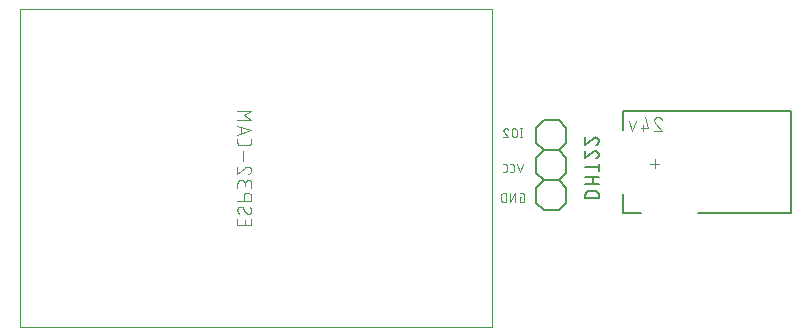
<source format=gbr>
G04 EAGLE Gerber RS-274X export*
G75*
%MOMM*%
%FSLAX34Y34*%
%LPD*%
%INSilkscreen Bottom*%
%IPPOS*%
%AMOC8*
5,1,8,0,0,1.08239X$1,22.5*%
G01*
%ADD10C,0.076200*%
%ADD11C,0.101600*%
%ADD12C,0.100000*%
%ADD13C,0.203200*%
%ADD14C,0.152400*%
%ADD15C,0.127000*%


D10*
X479698Y181183D02*
X479698Y173817D01*
X480516Y173817D02*
X478879Y173817D01*
X478879Y181183D02*
X480516Y181183D01*
X475891Y179137D02*
X475891Y175863D01*
X475891Y179137D02*
X475889Y179226D01*
X475883Y179315D01*
X475873Y179404D01*
X475860Y179492D01*
X475843Y179580D01*
X475821Y179667D01*
X475796Y179752D01*
X475768Y179837D01*
X475735Y179920D01*
X475699Y180002D01*
X475660Y180082D01*
X475617Y180160D01*
X475571Y180236D01*
X475521Y180311D01*
X475468Y180383D01*
X475412Y180452D01*
X475353Y180519D01*
X475292Y180584D01*
X475227Y180645D01*
X475160Y180704D01*
X475091Y180760D01*
X475019Y180813D01*
X474944Y180863D01*
X474868Y180909D01*
X474790Y180952D01*
X474710Y180991D01*
X474628Y181027D01*
X474545Y181060D01*
X474460Y181088D01*
X474375Y181113D01*
X474288Y181135D01*
X474200Y181152D01*
X474112Y181165D01*
X474023Y181175D01*
X473934Y181181D01*
X473845Y181183D01*
X473756Y181181D01*
X473667Y181175D01*
X473578Y181165D01*
X473490Y181152D01*
X473402Y181135D01*
X473315Y181113D01*
X473230Y181088D01*
X473145Y181060D01*
X473062Y181027D01*
X472980Y180991D01*
X472900Y180952D01*
X472822Y180909D01*
X472746Y180863D01*
X472671Y180813D01*
X472599Y180760D01*
X472530Y180704D01*
X472463Y180645D01*
X472398Y180584D01*
X472337Y180519D01*
X472278Y180452D01*
X472222Y180383D01*
X472169Y180311D01*
X472119Y180236D01*
X472073Y180160D01*
X472030Y180082D01*
X471991Y180002D01*
X471955Y179920D01*
X471922Y179837D01*
X471894Y179752D01*
X471869Y179667D01*
X471847Y179580D01*
X471830Y179492D01*
X471817Y179404D01*
X471807Y179315D01*
X471801Y179226D01*
X471799Y179137D01*
X471799Y175863D01*
X471801Y175774D01*
X471807Y175685D01*
X471817Y175596D01*
X471830Y175508D01*
X471847Y175420D01*
X471869Y175333D01*
X471894Y175248D01*
X471922Y175163D01*
X471955Y175080D01*
X471991Y174998D01*
X472030Y174918D01*
X472073Y174840D01*
X472119Y174764D01*
X472169Y174689D01*
X472222Y174617D01*
X472278Y174548D01*
X472337Y174481D01*
X472398Y174416D01*
X472463Y174355D01*
X472530Y174296D01*
X472599Y174240D01*
X472671Y174187D01*
X472746Y174137D01*
X472822Y174091D01*
X472900Y174048D01*
X472980Y174009D01*
X473062Y173973D01*
X473145Y173940D01*
X473230Y173912D01*
X473315Y173887D01*
X473402Y173865D01*
X473490Y173848D01*
X473578Y173835D01*
X473667Y173825D01*
X473756Y173819D01*
X473845Y173817D01*
X473934Y173819D01*
X474023Y173825D01*
X474112Y173835D01*
X474200Y173848D01*
X474288Y173865D01*
X474375Y173887D01*
X474460Y173912D01*
X474545Y173940D01*
X474628Y173973D01*
X474710Y174009D01*
X474790Y174048D01*
X474868Y174091D01*
X474944Y174137D01*
X475019Y174187D01*
X475091Y174240D01*
X475160Y174296D01*
X475227Y174355D01*
X475292Y174416D01*
X475353Y174481D01*
X475412Y174548D01*
X475468Y174617D01*
X475521Y174689D01*
X475571Y174764D01*
X475617Y174840D01*
X475660Y174918D01*
X475699Y174998D01*
X475735Y175080D01*
X475768Y175163D01*
X475796Y175248D01*
X475821Y175333D01*
X475843Y175420D01*
X475860Y175508D01*
X475873Y175596D01*
X475883Y175685D01*
X475889Y175774D01*
X475891Y175863D01*
X466326Y181184D02*
X466241Y181182D01*
X466156Y181176D01*
X466072Y181166D01*
X465988Y181153D01*
X465904Y181135D01*
X465822Y181114D01*
X465741Y181089D01*
X465661Y181060D01*
X465582Y181027D01*
X465505Y180991D01*
X465430Y180951D01*
X465356Y180908D01*
X465285Y180862D01*
X465216Y180812D01*
X465149Y180759D01*
X465085Y180703D01*
X465024Y180644D01*
X464965Y180583D01*
X464909Y180519D01*
X464856Y180452D01*
X464806Y180383D01*
X464760Y180312D01*
X464717Y180238D01*
X464677Y180163D01*
X464641Y180086D01*
X464608Y180007D01*
X464579Y179927D01*
X464554Y179846D01*
X464533Y179764D01*
X464515Y179680D01*
X464502Y179596D01*
X464492Y179512D01*
X464486Y179427D01*
X464484Y179342D01*
X466326Y181183D02*
X466422Y181181D01*
X466518Y181175D01*
X466613Y181165D01*
X466708Y181152D01*
X466803Y181134D01*
X466896Y181113D01*
X466989Y181088D01*
X467080Y181059D01*
X467171Y181027D01*
X467260Y180991D01*
X467347Y180951D01*
X467433Y180908D01*
X467517Y180862D01*
X467599Y180812D01*
X467679Y180758D01*
X467756Y180702D01*
X467831Y180642D01*
X467904Y180580D01*
X467974Y180514D01*
X468042Y180446D01*
X468107Y180375D01*
X468168Y180302D01*
X468227Y180226D01*
X468283Y180147D01*
X468335Y180067D01*
X468384Y179984D01*
X468430Y179900D01*
X468472Y179814D01*
X468510Y179726D01*
X468545Y179637D01*
X468577Y179546D01*
X465098Y177910D02*
X465038Y177969D01*
X464981Y178031D01*
X464926Y178095D01*
X464875Y178162D01*
X464826Y178231D01*
X464780Y178301D01*
X464737Y178374D01*
X464697Y178448D01*
X464661Y178524D01*
X464628Y178602D01*
X464598Y178681D01*
X464571Y178761D01*
X464548Y178842D01*
X464529Y178924D01*
X464513Y179006D01*
X464500Y179090D01*
X464491Y179174D01*
X464486Y179258D01*
X464484Y179342D01*
X465098Y177909D02*
X468576Y173817D01*
X464484Y173817D01*
X481036Y151183D02*
X478580Y143817D01*
X476125Y151183D01*
X471697Y143817D02*
X470060Y143817D01*
X471697Y143817D02*
X471775Y143819D01*
X471853Y143824D01*
X471930Y143834D01*
X472007Y143847D01*
X472083Y143863D01*
X472158Y143883D01*
X472232Y143907D01*
X472305Y143934D01*
X472377Y143965D01*
X472447Y143999D01*
X472516Y144036D01*
X472582Y144077D01*
X472647Y144121D01*
X472709Y144167D01*
X472769Y144217D01*
X472827Y144269D01*
X472882Y144324D01*
X472934Y144382D01*
X472984Y144442D01*
X473030Y144504D01*
X473074Y144569D01*
X473115Y144636D01*
X473152Y144704D01*
X473186Y144774D01*
X473217Y144846D01*
X473244Y144919D01*
X473268Y144993D01*
X473288Y145068D01*
X473304Y145144D01*
X473317Y145221D01*
X473327Y145298D01*
X473332Y145376D01*
X473334Y145454D01*
X473334Y149546D01*
X473332Y149624D01*
X473327Y149702D01*
X473317Y149779D01*
X473304Y149856D01*
X473288Y149932D01*
X473268Y150007D01*
X473244Y150081D01*
X473217Y150154D01*
X473186Y150226D01*
X473152Y150296D01*
X473115Y150365D01*
X473074Y150431D01*
X473030Y150496D01*
X472984Y150558D01*
X472934Y150618D01*
X472882Y150676D01*
X472827Y150731D01*
X472769Y150783D01*
X472709Y150833D01*
X472647Y150879D01*
X472582Y150923D01*
X472516Y150964D01*
X472447Y151001D01*
X472377Y151035D01*
X472305Y151066D01*
X472232Y151093D01*
X472158Y151117D01*
X472083Y151137D01*
X472007Y151153D01*
X471930Y151166D01*
X471853Y151176D01*
X471775Y151181D01*
X471697Y151183D01*
X470060Y151183D01*
X465601Y143817D02*
X463965Y143817D01*
X465601Y143817D02*
X465679Y143819D01*
X465757Y143824D01*
X465834Y143834D01*
X465911Y143847D01*
X465987Y143863D01*
X466062Y143883D01*
X466136Y143907D01*
X466209Y143934D01*
X466281Y143965D01*
X466351Y143999D01*
X466420Y144036D01*
X466486Y144077D01*
X466551Y144121D01*
X466613Y144167D01*
X466673Y144217D01*
X466731Y144269D01*
X466786Y144324D01*
X466838Y144382D01*
X466888Y144442D01*
X466934Y144504D01*
X466978Y144569D01*
X467019Y144636D01*
X467056Y144704D01*
X467090Y144774D01*
X467121Y144846D01*
X467148Y144919D01*
X467172Y144993D01*
X467192Y145068D01*
X467208Y145144D01*
X467221Y145221D01*
X467231Y145298D01*
X467236Y145376D01*
X467238Y145454D01*
X467238Y149546D01*
X467236Y149624D01*
X467231Y149702D01*
X467221Y149779D01*
X467208Y149856D01*
X467192Y149932D01*
X467172Y150007D01*
X467148Y150081D01*
X467121Y150154D01*
X467090Y150226D01*
X467056Y150296D01*
X467019Y150365D01*
X466978Y150431D01*
X466934Y150496D01*
X466888Y150558D01*
X466838Y150618D01*
X466786Y150676D01*
X466731Y150731D01*
X466673Y150783D01*
X466613Y150833D01*
X466551Y150879D01*
X466486Y150923D01*
X466420Y150964D01*
X466351Y151001D01*
X466281Y151035D01*
X466209Y151066D01*
X466136Y151093D01*
X466062Y151117D01*
X465987Y151137D01*
X465911Y151153D01*
X465834Y151166D01*
X465757Y151176D01*
X465679Y151181D01*
X465601Y151183D01*
X463965Y151183D01*
X478257Y122909D02*
X479484Y122909D01*
X478257Y122909D02*
X478257Y118817D01*
X480712Y118817D01*
X480790Y118819D01*
X480868Y118824D01*
X480945Y118834D01*
X481022Y118847D01*
X481098Y118863D01*
X481173Y118883D01*
X481247Y118907D01*
X481320Y118934D01*
X481392Y118965D01*
X481462Y118999D01*
X481531Y119036D01*
X481597Y119077D01*
X481662Y119121D01*
X481724Y119167D01*
X481784Y119217D01*
X481842Y119269D01*
X481897Y119324D01*
X481949Y119382D01*
X481999Y119442D01*
X482045Y119504D01*
X482089Y119569D01*
X482130Y119636D01*
X482167Y119704D01*
X482201Y119774D01*
X482232Y119846D01*
X482259Y119919D01*
X482283Y119993D01*
X482303Y120068D01*
X482319Y120144D01*
X482332Y120221D01*
X482342Y120298D01*
X482347Y120376D01*
X482349Y120454D01*
X482349Y124546D01*
X482347Y124624D01*
X482342Y124702D01*
X482332Y124779D01*
X482319Y124856D01*
X482303Y124932D01*
X482283Y125007D01*
X482259Y125081D01*
X482232Y125154D01*
X482201Y125226D01*
X482167Y125296D01*
X482130Y125365D01*
X482089Y125431D01*
X482045Y125496D01*
X481999Y125558D01*
X481949Y125618D01*
X481897Y125676D01*
X481842Y125731D01*
X481784Y125783D01*
X481724Y125833D01*
X481662Y125879D01*
X481597Y125923D01*
X481531Y125964D01*
X481462Y126001D01*
X481392Y126035D01*
X481320Y126066D01*
X481247Y126093D01*
X481173Y126117D01*
X481098Y126137D01*
X481022Y126153D01*
X480945Y126166D01*
X480868Y126176D01*
X480790Y126181D01*
X480712Y126183D01*
X478257Y126183D01*
X474546Y126183D02*
X474546Y118817D01*
X470454Y118817D02*
X474546Y126183D01*
X470454Y126183D02*
X470454Y118817D01*
X466743Y118817D02*
X466743Y126183D01*
X464697Y126183D01*
X464608Y126181D01*
X464519Y126175D01*
X464430Y126165D01*
X464342Y126152D01*
X464254Y126135D01*
X464167Y126113D01*
X464082Y126088D01*
X463997Y126060D01*
X463914Y126027D01*
X463832Y125991D01*
X463752Y125952D01*
X463674Y125909D01*
X463598Y125863D01*
X463523Y125813D01*
X463451Y125760D01*
X463382Y125704D01*
X463315Y125645D01*
X463250Y125584D01*
X463189Y125519D01*
X463130Y125452D01*
X463074Y125383D01*
X463021Y125311D01*
X462971Y125236D01*
X462925Y125160D01*
X462882Y125082D01*
X462843Y125002D01*
X462807Y124920D01*
X462774Y124837D01*
X462746Y124752D01*
X462721Y124667D01*
X462699Y124580D01*
X462682Y124492D01*
X462669Y124404D01*
X462659Y124315D01*
X462653Y124226D01*
X462651Y124137D01*
X462651Y120863D01*
X462653Y120774D01*
X462659Y120685D01*
X462669Y120596D01*
X462682Y120508D01*
X462699Y120420D01*
X462721Y120333D01*
X462746Y120248D01*
X462774Y120163D01*
X462807Y120080D01*
X462843Y119998D01*
X462882Y119918D01*
X462925Y119840D01*
X462971Y119764D01*
X463021Y119689D01*
X463074Y119617D01*
X463130Y119548D01*
X463189Y119481D01*
X463250Y119416D01*
X463315Y119355D01*
X463382Y119296D01*
X463451Y119240D01*
X463523Y119187D01*
X463598Y119137D01*
X463674Y119091D01*
X463752Y119048D01*
X463832Y119009D01*
X463914Y118973D01*
X463997Y118940D01*
X464082Y118912D01*
X464167Y118887D01*
X464254Y118865D01*
X464342Y118848D01*
X464430Y118835D01*
X464519Y118825D01*
X464608Y118819D01*
X464697Y118817D01*
X466743Y118817D01*
D11*
X588605Y151202D02*
X596395Y151202D01*
X592500Y155096D02*
X592500Y147307D01*
X592288Y187921D02*
X592290Y188028D01*
X592296Y188134D01*
X592306Y188240D01*
X592319Y188346D01*
X592337Y188452D01*
X592358Y188556D01*
X592383Y188660D01*
X592412Y188763D01*
X592444Y188864D01*
X592481Y188964D01*
X592521Y189063D01*
X592564Y189161D01*
X592611Y189257D01*
X592662Y189351D01*
X592716Y189443D01*
X592773Y189533D01*
X592833Y189621D01*
X592897Y189706D01*
X592964Y189789D01*
X593034Y189870D01*
X593106Y189948D01*
X593182Y190024D01*
X593260Y190096D01*
X593341Y190166D01*
X593424Y190233D01*
X593509Y190297D01*
X593597Y190357D01*
X593687Y190414D01*
X593779Y190468D01*
X593873Y190519D01*
X593969Y190566D01*
X594067Y190609D01*
X594166Y190649D01*
X594266Y190686D01*
X594367Y190718D01*
X594470Y190747D01*
X594574Y190772D01*
X594678Y190793D01*
X594784Y190811D01*
X594890Y190824D01*
X594996Y190834D01*
X595102Y190840D01*
X595209Y190842D01*
X595330Y190840D01*
X595451Y190834D01*
X595571Y190824D01*
X595692Y190811D01*
X595811Y190793D01*
X595931Y190772D01*
X596049Y190747D01*
X596166Y190718D01*
X596283Y190685D01*
X596398Y190649D01*
X596512Y190608D01*
X596625Y190565D01*
X596737Y190517D01*
X596846Y190466D01*
X596954Y190411D01*
X597061Y190353D01*
X597165Y190292D01*
X597267Y190227D01*
X597367Y190159D01*
X597465Y190088D01*
X597561Y190014D01*
X597654Y189937D01*
X597744Y189856D01*
X597832Y189773D01*
X597917Y189687D01*
X598000Y189598D01*
X598079Y189507D01*
X598156Y189413D01*
X598229Y189317D01*
X598299Y189219D01*
X598366Y189118D01*
X598430Y189015D01*
X598491Y188910D01*
X598548Y188803D01*
X598601Y188695D01*
X598651Y188585D01*
X598697Y188473D01*
X598740Y188360D01*
X598779Y188245D01*
X593263Y185649D02*
X593184Y185727D01*
X593108Y185807D01*
X593035Y185890D01*
X592965Y185976D01*
X592898Y186063D01*
X592834Y186154D01*
X592774Y186246D01*
X592716Y186340D01*
X592662Y186437D01*
X592612Y186535D01*
X592565Y186635D01*
X592521Y186736D01*
X592481Y186839D01*
X592445Y186944D01*
X592413Y187049D01*
X592384Y187156D01*
X592359Y187263D01*
X592337Y187372D01*
X592320Y187481D01*
X592306Y187590D01*
X592297Y187700D01*
X592291Y187811D01*
X592289Y187921D01*
X593262Y185649D02*
X598779Y179158D01*
X592288Y179158D01*
X587350Y181754D02*
X584753Y190842D01*
X587350Y181754D02*
X580858Y181754D01*
X582806Y179158D02*
X582806Y184351D01*
X576413Y186947D02*
X573817Y179158D01*
X571221Y186947D01*
D12*
X455200Y282600D02*
X455200Y12600D01*
X55200Y12600D01*
X55200Y282600D01*
X455200Y282600D01*
D11*
X239358Y104467D02*
X239358Y99274D01*
X251042Y99274D01*
X251042Y104467D01*
X245849Y103168D02*
X245849Y99274D01*
X239358Y112290D02*
X239360Y112389D01*
X239366Y112489D01*
X239375Y112588D01*
X239388Y112686D01*
X239405Y112784D01*
X239426Y112882D01*
X239451Y112978D01*
X239479Y113073D01*
X239511Y113167D01*
X239546Y113260D01*
X239585Y113352D01*
X239628Y113442D01*
X239673Y113530D01*
X239723Y113617D01*
X239775Y113701D01*
X239831Y113784D01*
X239889Y113864D01*
X239951Y113942D01*
X240016Y114017D01*
X240084Y114090D01*
X240154Y114160D01*
X240227Y114228D01*
X240302Y114293D01*
X240380Y114355D01*
X240460Y114413D01*
X240543Y114469D01*
X240627Y114521D01*
X240714Y114571D01*
X240802Y114616D01*
X240892Y114659D01*
X240984Y114698D01*
X241077Y114733D01*
X241171Y114765D01*
X241266Y114793D01*
X241362Y114818D01*
X241460Y114839D01*
X241558Y114856D01*
X241656Y114869D01*
X241755Y114878D01*
X241855Y114884D01*
X241954Y114886D01*
X239358Y112290D02*
X239360Y112146D01*
X239366Y112001D01*
X239375Y111857D01*
X239388Y111714D01*
X239405Y111570D01*
X239426Y111427D01*
X239451Y111285D01*
X239479Y111144D01*
X239511Y111003D01*
X239547Y110863D01*
X239586Y110724D01*
X239629Y110586D01*
X239676Y110450D01*
X239726Y110314D01*
X239780Y110180D01*
X239837Y110048D01*
X239898Y109917D01*
X239962Y109788D01*
X240030Y109660D01*
X240100Y109534D01*
X240175Y109410D01*
X240252Y109289D01*
X240333Y109169D01*
X240416Y109051D01*
X240503Y108936D01*
X240593Y108823D01*
X240686Y108712D01*
X240781Y108604D01*
X240880Y108498D01*
X240981Y108395D01*
X248446Y108720D02*
X248545Y108722D01*
X248645Y108728D01*
X248744Y108737D01*
X248842Y108750D01*
X248940Y108767D01*
X249038Y108788D01*
X249134Y108813D01*
X249229Y108841D01*
X249323Y108873D01*
X249416Y108908D01*
X249508Y108947D01*
X249598Y108990D01*
X249686Y109035D01*
X249773Y109085D01*
X249857Y109137D01*
X249940Y109193D01*
X250020Y109251D01*
X250098Y109313D01*
X250173Y109378D01*
X250246Y109446D01*
X250316Y109516D01*
X250384Y109589D01*
X250449Y109664D01*
X250511Y109742D01*
X250569Y109822D01*
X250625Y109905D01*
X250677Y109989D01*
X250727Y110076D01*
X250772Y110164D01*
X250815Y110254D01*
X250854Y110346D01*
X250889Y110439D01*
X250921Y110533D01*
X250949Y110628D01*
X250974Y110725D01*
X250995Y110822D01*
X251012Y110920D01*
X251025Y111018D01*
X251034Y111117D01*
X251040Y111217D01*
X251042Y111316D01*
X251040Y111452D01*
X251034Y111588D01*
X251025Y111724D01*
X251012Y111860D01*
X250994Y111995D01*
X250974Y112129D01*
X250949Y112263D01*
X250921Y112397D01*
X250888Y112529D01*
X250853Y112660D01*
X250813Y112791D01*
X250770Y112920D01*
X250724Y113048D01*
X250673Y113174D01*
X250620Y113300D01*
X250562Y113423D01*
X250502Y113545D01*
X250438Y113665D01*
X250370Y113784D01*
X250300Y113900D01*
X250226Y114014D01*
X250149Y114127D01*
X250068Y114237D01*
X246174Y110018D02*
X246227Y109932D01*
X246284Y109848D01*
X246343Y109766D01*
X246406Y109686D01*
X246472Y109609D01*
X246540Y109534D01*
X246612Y109462D01*
X246686Y109393D01*
X246763Y109327D01*
X246842Y109264D01*
X246924Y109204D01*
X247008Y109147D01*
X247094Y109093D01*
X247182Y109043D01*
X247272Y108996D01*
X247363Y108952D01*
X247457Y108913D01*
X247551Y108876D01*
X247647Y108844D01*
X247745Y108815D01*
X247843Y108790D01*
X247942Y108769D01*
X248042Y108751D01*
X248142Y108738D01*
X248243Y108728D01*
X248345Y108722D01*
X248446Y108720D01*
X244226Y113588D02*
X244173Y113674D01*
X244116Y113758D01*
X244057Y113840D01*
X243994Y113920D01*
X243928Y113997D01*
X243860Y114072D01*
X243788Y114144D01*
X243714Y114213D01*
X243637Y114279D01*
X243558Y114342D01*
X243476Y114402D01*
X243392Y114459D01*
X243306Y114513D01*
X243218Y114563D01*
X243128Y114610D01*
X243037Y114654D01*
X242943Y114693D01*
X242849Y114730D01*
X242753Y114762D01*
X242655Y114791D01*
X242557Y114816D01*
X242458Y114837D01*
X242358Y114855D01*
X242258Y114868D01*
X242157Y114878D01*
X242055Y114884D01*
X241954Y114886D01*
X244226Y113588D02*
X246174Y110018D01*
X251042Y119994D02*
X239358Y119994D01*
X251042Y119994D02*
X251042Y123240D01*
X251040Y123353D01*
X251034Y123466D01*
X251024Y123579D01*
X251010Y123692D01*
X250993Y123804D01*
X250971Y123915D01*
X250946Y124025D01*
X250916Y124135D01*
X250883Y124243D01*
X250846Y124350D01*
X250806Y124456D01*
X250761Y124560D01*
X250713Y124663D01*
X250662Y124764D01*
X250607Y124863D01*
X250549Y124960D01*
X250487Y125055D01*
X250422Y125148D01*
X250354Y125238D01*
X250283Y125326D01*
X250208Y125412D01*
X250131Y125495D01*
X250051Y125575D01*
X249968Y125652D01*
X249882Y125727D01*
X249794Y125798D01*
X249704Y125866D01*
X249611Y125931D01*
X249516Y125993D01*
X249419Y126051D01*
X249320Y126106D01*
X249219Y126157D01*
X249116Y126205D01*
X249012Y126250D01*
X248906Y126290D01*
X248799Y126327D01*
X248691Y126360D01*
X248581Y126390D01*
X248471Y126415D01*
X248360Y126437D01*
X248248Y126454D01*
X248135Y126468D01*
X248022Y126478D01*
X247909Y126484D01*
X247796Y126486D01*
X247683Y126484D01*
X247570Y126478D01*
X247457Y126468D01*
X247344Y126454D01*
X247232Y126437D01*
X247121Y126415D01*
X247011Y126390D01*
X246901Y126360D01*
X246793Y126327D01*
X246686Y126290D01*
X246580Y126250D01*
X246476Y126205D01*
X246373Y126157D01*
X246272Y126106D01*
X246173Y126051D01*
X246076Y125993D01*
X245981Y125931D01*
X245888Y125866D01*
X245798Y125798D01*
X245710Y125727D01*
X245624Y125652D01*
X245541Y125575D01*
X245461Y125495D01*
X245384Y125412D01*
X245309Y125326D01*
X245238Y125238D01*
X245170Y125148D01*
X245105Y125055D01*
X245043Y124960D01*
X244985Y124863D01*
X244930Y124764D01*
X244879Y124663D01*
X244831Y124560D01*
X244786Y124456D01*
X244746Y124350D01*
X244709Y124243D01*
X244676Y124135D01*
X244646Y124025D01*
X244621Y123915D01*
X244599Y123804D01*
X244582Y123692D01*
X244568Y123579D01*
X244558Y123466D01*
X244552Y123353D01*
X244550Y123240D01*
X244551Y123240D02*
X244551Y119994D01*
X239358Y130874D02*
X239358Y134120D01*
X239360Y134233D01*
X239366Y134346D01*
X239376Y134459D01*
X239390Y134572D01*
X239407Y134684D01*
X239429Y134795D01*
X239454Y134905D01*
X239484Y135015D01*
X239517Y135123D01*
X239554Y135230D01*
X239594Y135336D01*
X239639Y135440D01*
X239687Y135543D01*
X239738Y135644D01*
X239793Y135743D01*
X239851Y135840D01*
X239913Y135935D01*
X239978Y136028D01*
X240046Y136118D01*
X240117Y136206D01*
X240192Y136292D01*
X240269Y136375D01*
X240349Y136455D01*
X240432Y136532D01*
X240518Y136607D01*
X240606Y136678D01*
X240696Y136746D01*
X240789Y136811D01*
X240884Y136873D01*
X240981Y136931D01*
X241080Y136986D01*
X241181Y137037D01*
X241284Y137085D01*
X241388Y137130D01*
X241494Y137170D01*
X241601Y137207D01*
X241709Y137240D01*
X241819Y137270D01*
X241929Y137295D01*
X242040Y137317D01*
X242152Y137334D01*
X242265Y137348D01*
X242378Y137358D01*
X242491Y137364D01*
X242604Y137366D01*
X242717Y137364D01*
X242830Y137358D01*
X242943Y137348D01*
X243056Y137334D01*
X243168Y137317D01*
X243279Y137295D01*
X243389Y137270D01*
X243499Y137240D01*
X243607Y137207D01*
X243714Y137170D01*
X243820Y137130D01*
X243924Y137085D01*
X244027Y137037D01*
X244128Y136986D01*
X244227Y136931D01*
X244324Y136873D01*
X244419Y136811D01*
X244512Y136746D01*
X244602Y136678D01*
X244690Y136607D01*
X244776Y136532D01*
X244859Y136455D01*
X244939Y136375D01*
X245016Y136292D01*
X245091Y136206D01*
X245162Y136118D01*
X245230Y136028D01*
X245295Y135935D01*
X245357Y135840D01*
X245415Y135743D01*
X245470Y135644D01*
X245521Y135543D01*
X245569Y135440D01*
X245614Y135336D01*
X245654Y135230D01*
X245691Y135123D01*
X245724Y135015D01*
X245754Y134905D01*
X245779Y134795D01*
X245801Y134684D01*
X245818Y134572D01*
X245832Y134459D01*
X245842Y134346D01*
X245848Y134233D01*
X245850Y134120D01*
X251042Y134769D02*
X251042Y130874D01*
X251042Y134769D02*
X251040Y134870D01*
X251034Y134970D01*
X251024Y135070D01*
X251011Y135170D01*
X250993Y135269D01*
X250972Y135368D01*
X250947Y135465D01*
X250918Y135562D01*
X250885Y135657D01*
X250849Y135751D01*
X250809Y135843D01*
X250766Y135934D01*
X250719Y136023D01*
X250669Y136110D01*
X250615Y136196D01*
X250558Y136279D01*
X250498Y136359D01*
X250435Y136438D01*
X250368Y136514D01*
X250299Y136587D01*
X250227Y136657D01*
X250153Y136725D01*
X250076Y136790D01*
X249996Y136851D01*
X249914Y136910D01*
X249830Y136965D01*
X249744Y137017D01*
X249656Y137066D01*
X249566Y137111D01*
X249474Y137153D01*
X249381Y137191D01*
X249286Y137225D01*
X249191Y137256D01*
X249094Y137283D01*
X248996Y137306D01*
X248897Y137326D01*
X248797Y137341D01*
X248697Y137353D01*
X248597Y137361D01*
X248496Y137365D01*
X248396Y137365D01*
X248295Y137361D01*
X248195Y137353D01*
X248095Y137341D01*
X247995Y137326D01*
X247896Y137306D01*
X247798Y137283D01*
X247701Y137256D01*
X247606Y137225D01*
X247511Y137191D01*
X247418Y137153D01*
X247326Y137111D01*
X247236Y137066D01*
X247148Y137017D01*
X247062Y136965D01*
X246978Y136910D01*
X246896Y136851D01*
X246816Y136790D01*
X246739Y136725D01*
X246665Y136657D01*
X246593Y136587D01*
X246524Y136514D01*
X246457Y136438D01*
X246394Y136359D01*
X246334Y136279D01*
X246277Y136196D01*
X246223Y136110D01*
X246173Y136023D01*
X246126Y135934D01*
X246083Y135843D01*
X246043Y135751D01*
X246007Y135657D01*
X245974Y135562D01*
X245945Y135465D01*
X245920Y135368D01*
X245899Y135269D01*
X245881Y135170D01*
X245868Y135070D01*
X245858Y134970D01*
X245852Y134870D01*
X245850Y134769D01*
X245849Y134769D02*
X245849Y132172D01*
X251042Y145874D02*
X251040Y145981D01*
X251034Y146087D01*
X251024Y146193D01*
X251011Y146299D01*
X250993Y146405D01*
X250972Y146509D01*
X250947Y146613D01*
X250918Y146716D01*
X250886Y146817D01*
X250849Y146917D01*
X250809Y147016D01*
X250766Y147114D01*
X250719Y147210D01*
X250668Y147304D01*
X250614Y147396D01*
X250557Y147486D01*
X250497Y147574D01*
X250433Y147659D01*
X250366Y147742D01*
X250296Y147823D01*
X250224Y147901D01*
X250148Y147977D01*
X250070Y148049D01*
X249989Y148119D01*
X249906Y148186D01*
X249821Y148250D01*
X249733Y148310D01*
X249643Y148367D01*
X249551Y148421D01*
X249457Y148472D01*
X249361Y148519D01*
X249263Y148562D01*
X249164Y148602D01*
X249064Y148639D01*
X248963Y148671D01*
X248860Y148700D01*
X248756Y148725D01*
X248652Y148746D01*
X248546Y148764D01*
X248440Y148777D01*
X248334Y148787D01*
X248228Y148793D01*
X248121Y148795D01*
X251042Y145874D02*
X251040Y145753D01*
X251034Y145632D01*
X251024Y145512D01*
X251011Y145391D01*
X250993Y145272D01*
X250972Y145152D01*
X250947Y145034D01*
X250918Y144917D01*
X250885Y144800D01*
X250849Y144685D01*
X250808Y144571D01*
X250765Y144458D01*
X250717Y144346D01*
X250666Y144237D01*
X250611Y144129D01*
X250553Y144022D01*
X250492Y143918D01*
X250427Y143816D01*
X250359Y143716D01*
X250288Y143618D01*
X250214Y143522D01*
X250137Y143429D01*
X250056Y143339D01*
X249973Y143251D01*
X249887Y143166D01*
X249798Y143083D01*
X249707Y143004D01*
X249613Y142927D01*
X249517Y142854D01*
X249419Y142784D01*
X249318Y142717D01*
X249215Y142653D01*
X249110Y142593D01*
X249003Y142536D01*
X248895Y142482D01*
X248785Y142432D01*
X248673Y142386D01*
X248560Y142343D01*
X248445Y142304D01*
X245849Y147822D02*
X245926Y147901D01*
X246007Y147977D01*
X246090Y148050D01*
X246175Y148120D01*
X246263Y148187D01*
X246353Y148251D01*
X246445Y148311D01*
X246540Y148368D01*
X246636Y148422D01*
X246734Y148473D01*
X246834Y148520D01*
X246936Y148564D01*
X247039Y148604D01*
X247143Y148640D01*
X247249Y148672D01*
X247355Y148701D01*
X247463Y148726D01*
X247571Y148748D01*
X247681Y148765D01*
X247790Y148779D01*
X247900Y148788D01*
X248011Y148794D01*
X248121Y148796D01*
X245849Y147822D02*
X239358Y142304D01*
X239358Y148795D01*
X243902Y153847D02*
X243902Y161636D01*
X239358Y169251D02*
X239358Y171848D01*
X239358Y169251D02*
X239360Y169152D01*
X239366Y169052D01*
X239375Y168953D01*
X239388Y168855D01*
X239405Y168757D01*
X239426Y168659D01*
X239451Y168563D01*
X239479Y168468D01*
X239511Y168374D01*
X239546Y168281D01*
X239585Y168189D01*
X239628Y168099D01*
X239673Y168011D01*
X239723Y167924D01*
X239775Y167840D01*
X239831Y167757D01*
X239889Y167677D01*
X239951Y167599D01*
X240016Y167524D01*
X240084Y167451D01*
X240154Y167381D01*
X240227Y167313D01*
X240302Y167248D01*
X240380Y167186D01*
X240460Y167128D01*
X240543Y167072D01*
X240627Y167020D01*
X240714Y166970D01*
X240802Y166925D01*
X240892Y166882D01*
X240984Y166843D01*
X241077Y166808D01*
X241171Y166776D01*
X241266Y166748D01*
X241362Y166723D01*
X241460Y166702D01*
X241558Y166685D01*
X241656Y166672D01*
X241755Y166663D01*
X241855Y166657D01*
X241954Y166655D01*
X248446Y166655D01*
X248545Y166657D01*
X248645Y166663D01*
X248744Y166672D01*
X248842Y166685D01*
X248940Y166702D01*
X249038Y166723D01*
X249134Y166748D01*
X249229Y166776D01*
X249323Y166808D01*
X249416Y166843D01*
X249508Y166882D01*
X249598Y166925D01*
X249686Y166970D01*
X249773Y167020D01*
X249857Y167072D01*
X249940Y167128D01*
X250020Y167186D01*
X250098Y167248D01*
X250173Y167313D01*
X250246Y167381D01*
X250316Y167451D01*
X250384Y167524D01*
X250449Y167599D01*
X250511Y167677D01*
X250569Y167757D01*
X250625Y167840D01*
X250677Y167924D01*
X250727Y168011D01*
X250772Y168099D01*
X250815Y168189D01*
X250854Y168281D01*
X250889Y168373D01*
X250921Y168468D01*
X250949Y168563D01*
X250974Y168659D01*
X250995Y168757D01*
X251012Y168855D01*
X251025Y168953D01*
X251034Y169052D01*
X251040Y169152D01*
X251042Y169251D01*
X251042Y171848D01*
X251042Y179459D02*
X239358Y175564D01*
X239358Y183353D02*
X251042Y179459D01*
X242279Y182380D02*
X242279Y176538D01*
X239358Y188137D02*
X251042Y188137D01*
X244551Y192032D01*
X251042Y195926D01*
X239358Y195926D01*
D13*
X708400Y195600D02*
X708400Y109600D01*
X708400Y195600D02*
X565400Y195600D01*
X565400Y179600D01*
X565400Y125600D02*
X565400Y109600D01*
X628900Y109600D02*
X708400Y109600D01*
X581400Y109600D02*
X565400Y109600D01*
D14*
X517700Y118250D02*
X517700Y130950D01*
X511350Y137300D01*
X498650Y137300D01*
X492300Y130950D01*
X511350Y137300D02*
X517700Y143650D01*
X517700Y156350D01*
X511350Y162700D01*
X498650Y162700D01*
X492300Y156350D01*
X492300Y143650D01*
X498650Y137300D01*
X498650Y111900D02*
X511350Y111900D01*
X517700Y118250D01*
X498650Y111900D02*
X492300Y118250D01*
X492300Y130950D01*
X511350Y162700D02*
X517700Y169050D01*
X517700Y181750D01*
X511350Y188100D01*
X498650Y188100D01*
X492300Y181750D01*
X492300Y169050D01*
X498650Y162700D01*
D15*
X533923Y121773D02*
X545353Y121773D01*
X545353Y124948D01*
X545351Y125059D01*
X545345Y125169D01*
X545336Y125280D01*
X545322Y125390D01*
X545305Y125499D01*
X545284Y125608D01*
X545259Y125716D01*
X545230Y125823D01*
X545198Y125929D01*
X545162Y126034D01*
X545122Y126137D01*
X545079Y126239D01*
X545032Y126340D01*
X544981Y126439D01*
X544928Y126536D01*
X544871Y126630D01*
X544810Y126723D01*
X544747Y126814D01*
X544680Y126903D01*
X544610Y126989D01*
X544537Y127072D01*
X544462Y127154D01*
X544384Y127232D01*
X544302Y127307D01*
X544219Y127380D01*
X544133Y127450D01*
X544044Y127517D01*
X543953Y127580D01*
X543860Y127641D01*
X543766Y127698D01*
X543669Y127751D01*
X543570Y127802D01*
X543469Y127849D01*
X543367Y127892D01*
X543264Y127932D01*
X543159Y127968D01*
X543053Y128000D01*
X542946Y128029D01*
X542838Y128054D01*
X542729Y128075D01*
X542620Y128092D01*
X542510Y128106D01*
X542399Y128115D01*
X542289Y128121D01*
X542178Y128123D01*
X537098Y128123D01*
X536987Y128121D01*
X536877Y128115D01*
X536766Y128106D01*
X536656Y128092D01*
X536547Y128075D01*
X536438Y128054D01*
X536330Y128029D01*
X536223Y128000D01*
X536117Y127968D01*
X536012Y127932D01*
X535909Y127892D01*
X535807Y127849D01*
X535706Y127802D01*
X535607Y127751D01*
X535511Y127698D01*
X535416Y127641D01*
X535323Y127580D01*
X535232Y127517D01*
X535143Y127450D01*
X535057Y127380D01*
X534974Y127307D01*
X534892Y127232D01*
X534814Y127154D01*
X534739Y127072D01*
X534666Y126989D01*
X534596Y126903D01*
X534529Y126814D01*
X534466Y126723D01*
X534405Y126630D01*
X534348Y126536D01*
X534295Y126439D01*
X534244Y126340D01*
X534197Y126239D01*
X534154Y126137D01*
X534114Y126034D01*
X534078Y125929D01*
X534046Y125823D01*
X534017Y125716D01*
X533992Y125608D01*
X533971Y125499D01*
X533954Y125390D01*
X533940Y125280D01*
X533931Y125169D01*
X533925Y125059D01*
X533923Y124948D01*
X533923Y121773D01*
X533923Y133965D02*
X545353Y133965D01*
X540273Y133965D02*
X540273Y140315D01*
X545353Y140315D02*
X533923Y140315D01*
X533923Y148189D02*
X545353Y148189D01*
X545353Y145014D02*
X545353Y151364D01*
X545354Y159175D02*
X545352Y159279D01*
X545346Y159384D01*
X545337Y159488D01*
X545324Y159591D01*
X545306Y159694D01*
X545286Y159796D01*
X545261Y159898D01*
X545233Y159998D01*
X545201Y160098D01*
X545165Y160196D01*
X545126Y160293D01*
X545084Y160388D01*
X545038Y160482D01*
X544988Y160574D01*
X544936Y160664D01*
X544880Y160752D01*
X544820Y160838D01*
X544758Y160922D01*
X544693Y161003D01*
X544625Y161082D01*
X544553Y161159D01*
X544480Y161232D01*
X544403Y161304D01*
X544324Y161372D01*
X544243Y161437D01*
X544159Y161499D01*
X544073Y161559D01*
X543985Y161615D01*
X543895Y161667D01*
X543803Y161717D01*
X543709Y161763D01*
X543614Y161805D01*
X543517Y161844D01*
X543419Y161880D01*
X543319Y161912D01*
X543219Y161940D01*
X543117Y161965D01*
X543015Y161985D01*
X542912Y162003D01*
X542809Y162016D01*
X542705Y162025D01*
X542600Y162031D01*
X542496Y162033D01*
X545353Y159175D02*
X545351Y159057D01*
X545345Y158938D01*
X545336Y158820D01*
X545323Y158703D01*
X545305Y158586D01*
X545285Y158469D01*
X545260Y158353D01*
X545232Y158238D01*
X545199Y158125D01*
X545164Y158012D01*
X545124Y157900D01*
X545082Y157790D01*
X545035Y157681D01*
X544985Y157573D01*
X544932Y157468D01*
X544875Y157364D01*
X544815Y157262D01*
X544752Y157162D01*
X544685Y157064D01*
X544616Y156968D01*
X544543Y156875D01*
X544467Y156784D01*
X544389Y156695D01*
X544307Y156609D01*
X544223Y156526D01*
X544137Y156445D01*
X544047Y156368D01*
X543956Y156293D01*
X543862Y156221D01*
X543765Y156152D01*
X543667Y156087D01*
X543566Y156024D01*
X543463Y155965D01*
X543359Y155909D01*
X543253Y155857D01*
X543145Y155808D01*
X543036Y155763D01*
X542925Y155721D01*
X542813Y155683D01*
X540274Y161080D02*
X540349Y161156D01*
X540428Y161231D01*
X540509Y161302D01*
X540593Y161371D01*
X540679Y161436D01*
X540767Y161498D01*
X540857Y161558D01*
X540949Y161614D01*
X541044Y161667D01*
X541140Y161716D01*
X541238Y161762D01*
X541337Y161805D01*
X541438Y161844D01*
X541540Y161879D01*
X541643Y161911D01*
X541747Y161939D01*
X541852Y161964D01*
X541959Y161985D01*
X542065Y162002D01*
X542172Y162015D01*
X542280Y162024D01*
X542388Y162030D01*
X542496Y162032D01*
X540273Y161080D02*
X533923Y155682D01*
X533923Y162032D01*
X545354Y170605D02*
X545352Y170709D01*
X545346Y170814D01*
X545337Y170918D01*
X545324Y171021D01*
X545306Y171124D01*
X545286Y171226D01*
X545261Y171328D01*
X545233Y171428D01*
X545201Y171528D01*
X545165Y171626D01*
X545126Y171723D01*
X545084Y171818D01*
X545038Y171912D01*
X544988Y172004D01*
X544936Y172094D01*
X544880Y172182D01*
X544820Y172268D01*
X544758Y172352D01*
X544693Y172433D01*
X544625Y172512D01*
X544553Y172589D01*
X544480Y172662D01*
X544403Y172734D01*
X544324Y172802D01*
X544243Y172867D01*
X544159Y172929D01*
X544073Y172989D01*
X543985Y173045D01*
X543895Y173097D01*
X543803Y173147D01*
X543709Y173193D01*
X543614Y173235D01*
X543517Y173274D01*
X543419Y173310D01*
X543319Y173342D01*
X543219Y173370D01*
X543117Y173395D01*
X543015Y173415D01*
X542912Y173433D01*
X542809Y173446D01*
X542705Y173455D01*
X542600Y173461D01*
X542496Y173463D01*
X545353Y170605D02*
X545351Y170487D01*
X545345Y170368D01*
X545336Y170250D01*
X545323Y170133D01*
X545305Y170016D01*
X545285Y169899D01*
X545260Y169783D01*
X545232Y169668D01*
X545199Y169555D01*
X545164Y169442D01*
X545124Y169330D01*
X545082Y169220D01*
X545035Y169111D01*
X544985Y169003D01*
X544932Y168898D01*
X544875Y168794D01*
X544815Y168692D01*
X544752Y168592D01*
X544685Y168494D01*
X544616Y168398D01*
X544543Y168305D01*
X544467Y168214D01*
X544389Y168125D01*
X544307Y168039D01*
X544223Y167956D01*
X544137Y167875D01*
X544047Y167798D01*
X543956Y167723D01*
X543862Y167651D01*
X543765Y167582D01*
X543667Y167517D01*
X543566Y167454D01*
X543463Y167395D01*
X543359Y167339D01*
X543253Y167287D01*
X543145Y167238D01*
X543036Y167193D01*
X542925Y167151D01*
X542813Y167113D01*
X540274Y172510D02*
X540349Y172586D01*
X540428Y172661D01*
X540509Y172732D01*
X540593Y172801D01*
X540679Y172866D01*
X540767Y172928D01*
X540857Y172988D01*
X540949Y173044D01*
X541044Y173097D01*
X541140Y173146D01*
X541238Y173192D01*
X541337Y173235D01*
X541438Y173274D01*
X541540Y173309D01*
X541643Y173341D01*
X541747Y173369D01*
X541852Y173394D01*
X541959Y173415D01*
X542065Y173432D01*
X542172Y173445D01*
X542280Y173454D01*
X542388Y173460D01*
X542496Y173462D01*
X540273Y172510D02*
X533923Y167112D01*
X533923Y173462D01*
M02*

</source>
